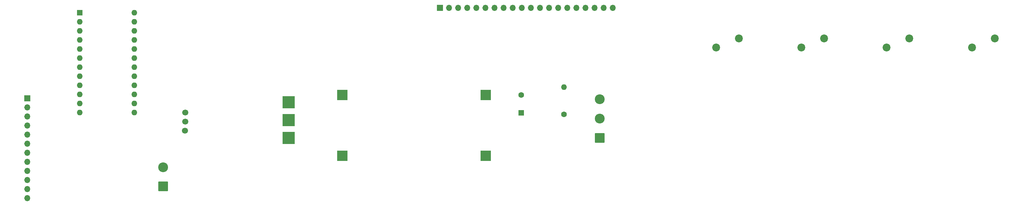
<source format=gbl>
G04 #@! TF.GenerationSoftware,KiCad,Pcbnew,8.0.2*
G04 #@! TF.CreationDate,2024-07-25T20:56:56+08:00*
G04 #@! TF.ProjectId,hitbox,68697462-6f78-42e6-9b69-6361645f7063,rev?*
G04 #@! TF.SameCoordinates,Original*
G04 #@! TF.FileFunction,Copper,L2,Bot*
G04 #@! TF.FilePolarity,Positive*
%FSLAX46Y46*%
G04 Gerber Fmt 4.6, Leading zero omitted, Abs format (unit mm)*
G04 Created by KiCad (PCBNEW 8.0.2) date 2024-07-25 20:56:56*
%MOMM*%
%LPD*%
G01*
G04 APERTURE LIST*
G04 Aperture macros list*
%AMRoundRect*
0 Rectangle with rounded corners*
0 $1 Rounding radius*
0 $2 $3 $4 $5 $6 $7 $8 $9 X,Y pos of 4 corners*
0 Add a 4 corners polygon primitive as box body*
4,1,4,$2,$3,$4,$5,$6,$7,$8,$9,$2,$3,0*
0 Add four circle primitives for the rounded corners*
1,1,$1+$1,$2,$3*
1,1,$1+$1,$4,$5*
1,1,$1+$1,$6,$7*
1,1,$1+$1,$8,$9*
0 Add four rect primitives between the rounded corners*
20,1,$1+$1,$2,$3,$4,$5,0*
20,1,$1+$1,$4,$5,$6,$7,0*
20,1,$1+$1,$6,$7,$8,$9,0*
20,1,$1+$1,$8,$9,$2,$3,0*%
G04 Aperture macros list end*
G04 #@! TA.AperFunction,ComponentPad*
%ADD10C,2.200000*%
G04 #@! TD*
G04 #@! TA.AperFunction,ComponentPad*
%ADD11R,1.600000X1.600000*%
G04 #@! TD*
G04 #@! TA.AperFunction,ComponentPad*
%ADD12O,1.600000X1.600000*%
G04 #@! TD*
G04 #@! TA.AperFunction,ComponentPad*
%ADD13R,1.700000X1.700000*%
G04 #@! TD*
G04 #@! TA.AperFunction,ComponentPad*
%ADD14O,1.700000X1.700000*%
G04 #@! TD*
G04 #@! TA.AperFunction,ComponentPad*
%ADD15RoundRect,0.250000X1.125000X-1.125000X1.125000X1.125000X-1.125000X1.125000X-1.125000X-1.125000X0*%
G04 #@! TD*
G04 #@! TA.AperFunction,ComponentPad*
%ADD16C,2.750000*%
G04 #@! TD*
G04 #@! TA.AperFunction,ComponentPad*
%ADD17C,1.600000*%
G04 #@! TD*
G04 #@! TA.AperFunction,ComponentPad*
%ADD18C,1.700000*%
G04 #@! TD*
G04 #@! TA.AperFunction,ComponentPad*
%ADD19R,3.500000X3.500000*%
G04 #@! TD*
G04 #@! TA.AperFunction,ComponentPad*
%ADD20R,3.000000X3.000000*%
G04 #@! TD*
G04 #@! TA.AperFunction,Conductor*
%ADD21C,0.200000*%
G04 #@! TD*
G04 APERTURE END LIST*
D10*
X240897500Y-28080000D03*
X247247500Y-25540000D03*
X169460000Y-28080000D03*
X175810000Y-25540000D03*
X193272500Y-28080000D03*
X199622500Y-25540000D03*
D11*
X-8240000Y-18380000D03*
D12*
X-8240000Y-20920000D03*
X-8240000Y-23460000D03*
X-8240000Y-26000000D03*
X-8240000Y-28540000D03*
X-8240000Y-31080000D03*
X-8240000Y-33620000D03*
X-8240000Y-36160000D03*
X-8240000Y-38700000D03*
X-8240000Y-41240000D03*
X-8240000Y-43780000D03*
X-8240000Y-46320000D03*
X7000000Y-46320000D03*
X7000000Y-43780000D03*
X7000000Y-41240000D03*
X7000000Y-38700000D03*
X7000000Y-36160000D03*
X7000000Y-33620000D03*
X7000000Y-31080000D03*
X7000000Y-28540000D03*
X7000000Y-26000000D03*
X7000000Y-23460000D03*
X7000000Y-20920000D03*
X7000000Y-18380000D03*
D10*
X217085000Y-28080000D03*
X223435000Y-25540000D03*
D13*
X-22860000Y-42300000D03*
D14*
X-22860000Y-44840000D03*
X-22860000Y-47380000D03*
X-22860000Y-49920000D03*
X-22860000Y-52460000D03*
X-22860000Y-55000000D03*
X-22860000Y-57540000D03*
X-22860000Y-60080000D03*
X-22860000Y-62620000D03*
X-22860000Y-65160000D03*
X-22860000Y-67700000D03*
X-22860000Y-70240000D03*
D13*
X92300000Y-17000000D03*
D14*
X94840000Y-17000000D03*
X97380000Y-17000000D03*
X99920000Y-17000000D03*
X102460000Y-17000000D03*
X105000000Y-17000000D03*
X107540000Y-17000000D03*
X110080000Y-17000000D03*
X112620000Y-17000000D03*
X115160000Y-17000000D03*
X117700000Y-17000000D03*
X120240000Y-17000000D03*
X122780000Y-17000000D03*
X125320000Y-17000000D03*
X127860000Y-17000000D03*
X130400000Y-17000000D03*
X132940000Y-17000000D03*
X135480000Y-17000000D03*
X138020000Y-17000000D03*
X140560000Y-17000000D03*
D15*
X15000000Y-67000000D03*
D16*
X15000000Y-61600000D03*
D11*
X115000000Y-46402651D03*
D17*
X115000000Y-41402651D03*
D15*
X137000000Y-53400000D03*
D16*
X137000000Y-48000000D03*
X137000000Y-42600000D03*
D18*
X21100000Y-51400000D03*
X21180000Y-48860000D03*
X21180000Y-46320000D03*
D19*
X50100000Y-53400000D03*
X50100000Y-48400000D03*
X50100000Y-43400000D03*
D20*
X65100000Y-58400000D03*
X65100000Y-41400000D03*
X105100000Y-58400000D03*
X105100000Y-41400000D03*
D17*
X127000000Y-46810000D03*
D12*
X127000000Y-39190000D03*
D21*
X136202651Y-41802651D02*
X137000000Y-42600000D01*
X136590000Y-47590000D02*
X137000000Y-48000000D01*
M02*

</source>
